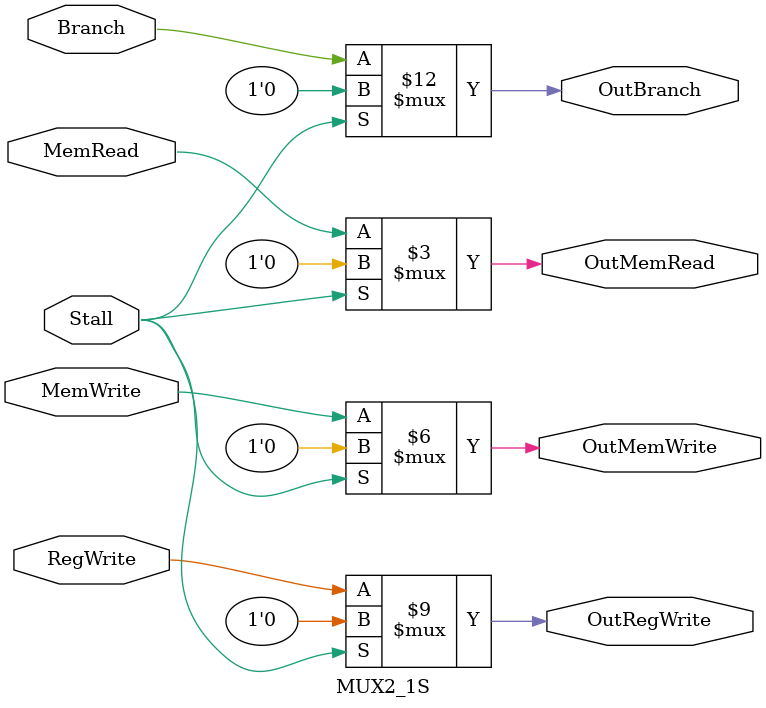
<source format=v>
`timescale 1ns / 1ps
module MUX2_1S(
		input Branch,
		input RegWrite,
		input MemRead,
		input MemWrite,
    input Stall,
    output reg OutBranch,
    output reg OutRegWrite,
    output reg OutMemWrite,
    output reg OutMemRead
    );
	always @(Stall,Branch,RegWrite,MemRead,MemWrite)
		case (Stall)
		
			'b1:
			begin 
					OutBranch <= 0;
                 OutRegWrite <= 0;
                 OutMemWrite <= 0;
                 OutMemRead <= 0;
			end
			default: 
			begin
						OutBranch <= Branch;
                 OutRegWrite <= RegWrite;
                 OutMemWrite <= MemWrite;
                 OutMemRead <= MemRead;
			end
		endcase
endmodule

</source>
